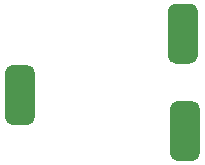
<source format=gbr>
%TF.GenerationSoftware,KiCad,Pcbnew,(5.1.9)-1*%
%TF.CreationDate,2021-12-20T22:20:38-08:00*%
%TF.ProjectId,MCL-102-2,4d434c2d-3130-4322-9d32-2e6b69636164,rev?*%
%TF.SameCoordinates,Original*%
%TF.FileFunction,Paste,Bot*%
%TF.FilePolarity,Positive*%
%FSLAX46Y46*%
G04 Gerber Fmt 4.6, Leading zero omitted, Abs format (unit mm)*
G04 Created by KiCad (PCBNEW (5.1.9)-1) date 2021-12-20 22:20:38*
%MOMM*%
%LPD*%
G01*
G04 APERTURE LIST*
G04 APERTURE END LIST*
%TO.C,J6*%
G36*
G01*
X145034000Y-111887000D02*
X145034000Y-108077000D01*
G75*
G02*
X145669000Y-107442000I635000J0D01*
G01*
X146939000Y-107442000D01*
G75*
G02*
X147574000Y-108077000I0J-635000D01*
G01*
X147574000Y-111887000D01*
G75*
G02*
X146939000Y-112522000I-635000J0D01*
G01*
X145669000Y-112522000D01*
G75*
G02*
X145034000Y-111887000I0J635000D01*
G01*
G37*
%TD*%
%TO.C,J3*%
G36*
G01*
X144856200Y-103632000D02*
X144856200Y-99822000D01*
G75*
G02*
X145491200Y-99187000I635000J0D01*
G01*
X146761200Y-99187000D01*
G75*
G02*
X147396200Y-99822000I0J-635000D01*
G01*
X147396200Y-103632000D01*
G75*
G02*
X146761200Y-104267000I-635000J0D01*
G01*
X145491200Y-104267000D01*
G75*
G02*
X144856200Y-103632000I0J635000D01*
G01*
G37*
%TD*%
%TO.C,J2*%
G36*
G01*
X133604000Y-105029000D02*
X133604000Y-108839000D01*
G75*
G02*
X132969000Y-109474000I-635000J0D01*
G01*
X131699000Y-109474000D01*
G75*
G02*
X131064000Y-108839000I0J635000D01*
G01*
X131064000Y-105029000D01*
G75*
G02*
X131699000Y-104394000I635000J0D01*
G01*
X132969000Y-104394000D01*
G75*
G02*
X133604000Y-105029000I0J-635000D01*
G01*
G37*
%TD*%
M02*

</source>
